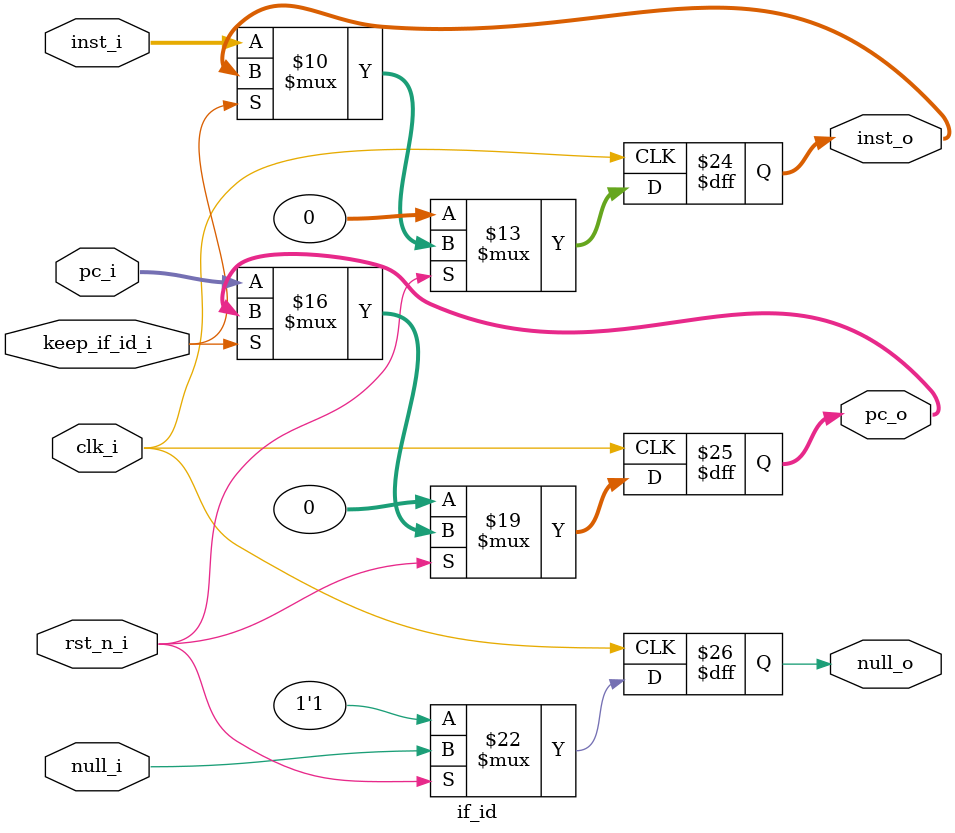
<source format=v>
module if_id(
input   wire            rst_n_i,
input   wire            clk_i,
input   wire            keep_if_id_i,
input   wire    [31:0]  inst_i,
input   wire    [31:0]  pc_i,
output  reg     [31:0]  inst_o,
output  reg     [31:0]  pc_o,
input   wire            null_i,
output  reg             null_o
);

always@(posedge clk_i) begin
    if (~rst_n_i) null_o <= 1'b1;
    else null_o <= null_i;
end

always@(posedge clk_i) begin
    if (~rst_n_i) pc_o <= 32'b0;
    else if (~keep_if_id_i) pc_o <= pc_i;
    else pc_o <= pc_o;
end

always@(posedge clk_i) begin
    if (~rst_n_i) inst_o <= 32'b0;
    else if (~keep_if_id_i) inst_o <= inst_i;
    else inst_o <= inst_o;
end

endmodule
</source>
